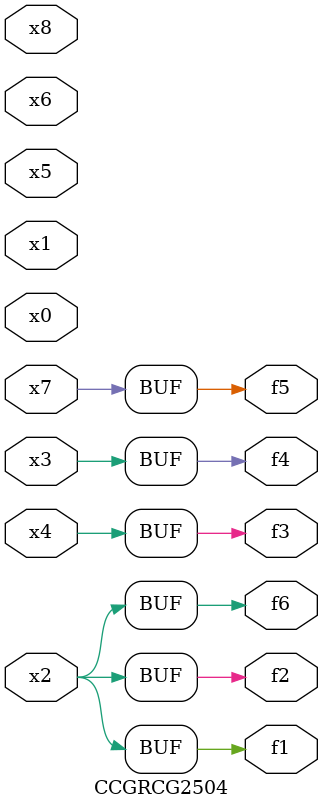
<source format=v>
module CCGRCG2504(
	input x0, x1, x2, x3, x4, x5, x6, x7, x8,
	output f1, f2, f3, f4, f5, f6
);
	assign f1 = x2;
	assign f2 = x2;
	assign f3 = x4;
	assign f4 = x3;
	assign f5 = x7;
	assign f6 = x2;
endmodule

</source>
